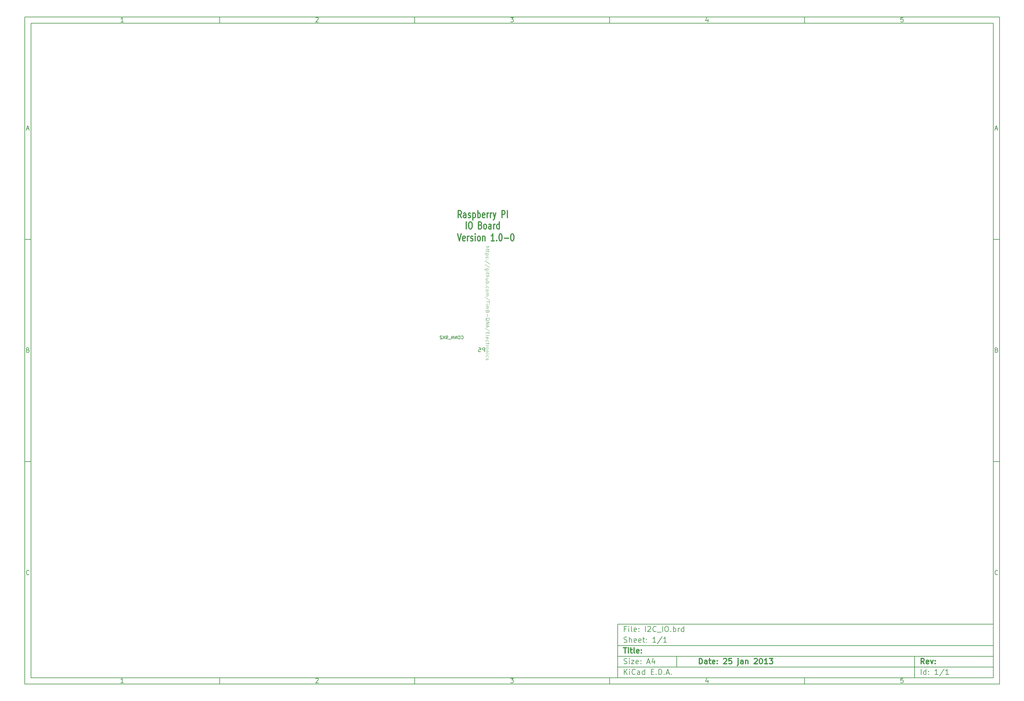
<source format=gbo>
G04 (created by PCBNEW-RS274X (2012-apr-16-27)-stable) date Fri 25 Jan 2013 18:12:53 GMT*
G01*
G70*
G90*
%MOIN*%
G04 Gerber Fmt 3.4, Leading zero omitted, Abs format*
%FSLAX34Y34*%
G04 APERTURE LIST*
%ADD10C,0.006000*%
%ADD11C,0.012000*%
%ADD12C,0.003900*%
G04 APERTURE END LIST*
G54D10*
X04000Y-04000D02*
X113000Y-04000D01*
X113000Y-78670D01*
X04000Y-78670D01*
X04000Y-04000D01*
X04700Y-04700D02*
X112300Y-04700D01*
X112300Y-77970D01*
X04700Y-77970D01*
X04700Y-04700D01*
X25800Y-04000D02*
X25800Y-04700D01*
X15043Y-04552D02*
X14757Y-04552D01*
X14900Y-04552D02*
X14900Y-04052D01*
X14852Y-04124D01*
X14805Y-04171D01*
X14757Y-04195D01*
X25800Y-78670D02*
X25800Y-77970D01*
X15043Y-78522D02*
X14757Y-78522D01*
X14900Y-78522D02*
X14900Y-78022D01*
X14852Y-78094D01*
X14805Y-78141D01*
X14757Y-78165D01*
X47600Y-04000D02*
X47600Y-04700D01*
X36557Y-04100D02*
X36581Y-04076D01*
X36629Y-04052D01*
X36748Y-04052D01*
X36795Y-04076D01*
X36819Y-04100D01*
X36843Y-04148D01*
X36843Y-04195D01*
X36819Y-04267D01*
X36533Y-04552D01*
X36843Y-04552D01*
X47600Y-78670D02*
X47600Y-77970D01*
X36557Y-78070D02*
X36581Y-78046D01*
X36629Y-78022D01*
X36748Y-78022D01*
X36795Y-78046D01*
X36819Y-78070D01*
X36843Y-78118D01*
X36843Y-78165D01*
X36819Y-78237D01*
X36533Y-78522D01*
X36843Y-78522D01*
X69400Y-04000D02*
X69400Y-04700D01*
X58333Y-04052D02*
X58643Y-04052D01*
X58476Y-04243D01*
X58548Y-04243D01*
X58595Y-04267D01*
X58619Y-04290D01*
X58643Y-04338D01*
X58643Y-04457D01*
X58619Y-04505D01*
X58595Y-04529D01*
X58548Y-04552D01*
X58405Y-04552D01*
X58357Y-04529D01*
X58333Y-04505D01*
X69400Y-78670D02*
X69400Y-77970D01*
X58333Y-78022D02*
X58643Y-78022D01*
X58476Y-78213D01*
X58548Y-78213D01*
X58595Y-78237D01*
X58619Y-78260D01*
X58643Y-78308D01*
X58643Y-78427D01*
X58619Y-78475D01*
X58595Y-78499D01*
X58548Y-78522D01*
X58405Y-78522D01*
X58357Y-78499D01*
X58333Y-78475D01*
X91200Y-04000D02*
X91200Y-04700D01*
X80395Y-04219D02*
X80395Y-04552D01*
X80276Y-04029D02*
X80157Y-04386D01*
X80467Y-04386D01*
X91200Y-78670D02*
X91200Y-77970D01*
X80395Y-78189D02*
X80395Y-78522D01*
X80276Y-77999D02*
X80157Y-78356D01*
X80467Y-78356D01*
X102219Y-04052D02*
X101981Y-04052D01*
X101957Y-04290D01*
X101981Y-04267D01*
X102029Y-04243D01*
X102148Y-04243D01*
X102195Y-04267D01*
X102219Y-04290D01*
X102243Y-04338D01*
X102243Y-04457D01*
X102219Y-04505D01*
X102195Y-04529D01*
X102148Y-04552D01*
X102029Y-04552D01*
X101981Y-04529D01*
X101957Y-04505D01*
X102219Y-78022D02*
X101981Y-78022D01*
X101957Y-78260D01*
X101981Y-78237D01*
X102029Y-78213D01*
X102148Y-78213D01*
X102195Y-78237D01*
X102219Y-78260D01*
X102243Y-78308D01*
X102243Y-78427D01*
X102219Y-78475D01*
X102195Y-78499D01*
X102148Y-78522D01*
X102029Y-78522D01*
X101981Y-78499D01*
X101957Y-78475D01*
X04000Y-28890D02*
X04700Y-28890D01*
X04231Y-16510D02*
X04469Y-16510D01*
X04184Y-16652D02*
X04350Y-16152D01*
X04517Y-16652D01*
X113000Y-28890D02*
X112300Y-28890D01*
X112531Y-16510D02*
X112769Y-16510D01*
X112484Y-16652D02*
X112650Y-16152D01*
X112817Y-16652D01*
X04000Y-53780D02*
X04700Y-53780D01*
X04386Y-41280D02*
X04457Y-41304D01*
X04481Y-41328D01*
X04505Y-41376D01*
X04505Y-41447D01*
X04481Y-41495D01*
X04457Y-41519D01*
X04410Y-41542D01*
X04219Y-41542D01*
X04219Y-41042D01*
X04386Y-41042D01*
X04433Y-41066D01*
X04457Y-41090D01*
X04481Y-41138D01*
X04481Y-41185D01*
X04457Y-41233D01*
X04433Y-41257D01*
X04386Y-41280D01*
X04219Y-41280D01*
X113000Y-53780D02*
X112300Y-53780D01*
X112686Y-41280D02*
X112757Y-41304D01*
X112781Y-41328D01*
X112805Y-41376D01*
X112805Y-41447D01*
X112781Y-41495D01*
X112757Y-41519D01*
X112710Y-41542D01*
X112519Y-41542D01*
X112519Y-41042D01*
X112686Y-41042D01*
X112733Y-41066D01*
X112757Y-41090D01*
X112781Y-41138D01*
X112781Y-41185D01*
X112757Y-41233D01*
X112733Y-41257D01*
X112686Y-41280D01*
X112519Y-41280D01*
X04505Y-66385D02*
X04481Y-66409D01*
X04410Y-66432D01*
X04362Y-66432D01*
X04290Y-66409D01*
X04243Y-66361D01*
X04219Y-66313D01*
X04195Y-66218D01*
X04195Y-66147D01*
X04219Y-66051D01*
X04243Y-66004D01*
X04290Y-65956D01*
X04362Y-65932D01*
X04410Y-65932D01*
X04481Y-65956D01*
X04505Y-65980D01*
X112805Y-66385D02*
X112781Y-66409D01*
X112710Y-66432D01*
X112662Y-66432D01*
X112590Y-66409D01*
X112543Y-66361D01*
X112519Y-66313D01*
X112495Y-66218D01*
X112495Y-66147D01*
X112519Y-66051D01*
X112543Y-66004D01*
X112590Y-65956D01*
X112662Y-65932D01*
X112710Y-65932D01*
X112781Y-65956D01*
X112805Y-65980D01*
G54D11*
X79443Y-76413D02*
X79443Y-75813D01*
X79586Y-75813D01*
X79671Y-75841D01*
X79729Y-75899D01*
X79757Y-75956D01*
X79786Y-76070D01*
X79786Y-76156D01*
X79757Y-76270D01*
X79729Y-76327D01*
X79671Y-76384D01*
X79586Y-76413D01*
X79443Y-76413D01*
X80300Y-76413D02*
X80300Y-76099D01*
X80271Y-76041D01*
X80214Y-76013D01*
X80100Y-76013D01*
X80043Y-76041D01*
X80300Y-76384D02*
X80243Y-76413D01*
X80100Y-76413D01*
X80043Y-76384D01*
X80014Y-76327D01*
X80014Y-76270D01*
X80043Y-76213D01*
X80100Y-76184D01*
X80243Y-76184D01*
X80300Y-76156D01*
X80500Y-76013D02*
X80729Y-76013D01*
X80586Y-75813D02*
X80586Y-76327D01*
X80614Y-76384D01*
X80672Y-76413D01*
X80729Y-76413D01*
X81157Y-76384D02*
X81100Y-76413D01*
X80986Y-76413D01*
X80929Y-76384D01*
X80900Y-76327D01*
X80900Y-76099D01*
X80929Y-76041D01*
X80986Y-76013D01*
X81100Y-76013D01*
X81157Y-76041D01*
X81186Y-76099D01*
X81186Y-76156D01*
X80900Y-76213D01*
X81443Y-76356D02*
X81471Y-76384D01*
X81443Y-76413D01*
X81414Y-76384D01*
X81443Y-76356D01*
X81443Y-76413D01*
X81443Y-76041D02*
X81471Y-76070D01*
X81443Y-76099D01*
X81414Y-76070D01*
X81443Y-76041D01*
X81443Y-76099D01*
X82157Y-75870D02*
X82186Y-75841D01*
X82243Y-75813D01*
X82386Y-75813D01*
X82443Y-75841D01*
X82472Y-75870D01*
X82500Y-75927D01*
X82500Y-75984D01*
X82472Y-76070D01*
X82129Y-76413D01*
X82500Y-76413D01*
X83043Y-75813D02*
X82757Y-75813D01*
X82728Y-76099D01*
X82757Y-76070D01*
X82814Y-76041D01*
X82957Y-76041D01*
X83014Y-76070D01*
X83043Y-76099D01*
X83071Y-76156D01*
X83071Y-76299D01*
X83043Y-76356D01*
X83014Y-76384D01*
X82957Y-76413D01*
X82814Y-76413D01*
X82757Y-76384D01*
X82728Y-76356D01*
X83785Y-76013D02*
X83785Y-76527D01*
X83756Y-76584D01*
X83699Y-76613D01*
X83671Y-76613D01*
X83785Y-75813D02*
X83756Y-75841D01*
X83785Y-75870D01*
X83813Y-75841D01*
X83785Y-75813D01*
X83785Y-75870D01*
X84328Y-76413D02*
X84328Y-76099D01*
X84299Y-76041D01*
X84242Y-76013D01*
X84128Y-76013D01*
X84071Y-76041D01*
X84328Y-76384D02*
X84271Y-76413D01*
X84128Y-76413D01*
X84071Y-76384D01*
X84042Y-76327D01*
X84042Y-76270D01*
X84071Y-76213D01*
X84128Y-76184D01*
X84271Y-76184D01*
X84328Y-76156D01*
X84614Y-76013D02*
X84614Y-76413D01*
X84614Y-76070D02*
X84642Y-76041D01*
X84700Y-76013D01*
X84785Y-76013D01*
X84842Y-76041D01*
X84871Y-76099D01*
X84871Y-76413D01*
X85585Y-75870D02*
X85614Y-75841D01*
X85671Y-75813D01*
X85814Y-75813D01*
X85871Y-75841D01*
X85900Y-75870D01*
X85928Y-75927D01*
X85928Y-75984D01*
X85900Y-76070D01*
X85557Y-76413D01*
X85928Y-76413D01*
X86299Y-75813D02*
X86356Y-75813D01*
X86413Y-75841D01*
X86442Y-75870D01*
X86471Y-75927D01*
X86499Y-76041D01*
X86499Y-76184D01*
X86471Y-76299D01*
X86442Y-76356D01*
X86413Y-76384D01*
X86356Y-76413D01*
X86299Y-76413D01*
X86242Y-76384D01*
X86213Y-76356D01*
X86185Y-76299D01*
X86156Y-76184D01*
X86156Y-76041D01*
X86185Y-75927D01*
X86213Y-75870D01*
X86242Y-75841D01*
X86299Y-75813D01*
X87070Y-76413D02*
X86727Y-76413D01*
X86899Y-76413D02*
X86899Y-75813D01*
X86842Y-75899D01*
X86784Y-75956D01*
X86727Y-75984D01*
X87270Y-75813D02*
X87641Y-75813D01*
X87441Y-76041D01*
X87527Y-76041D01*
X87584Y-76070D01*
X87613Y-76099D01*
X87641Y-76156D01*
X87641Y-76299D01*
X87613Y-76356D01*
X87584Y-76384D01*
X87527Y-76413D01*
X87355Y-76413D01*
X87298Y-76384D01*
X87270Y-76356D01*
G54D10*
X71043Y-77613D02*
X71043Y-77013D01*
X71386Y-77613D02*
X71129Y-77270D01*
X71386Y-77013D02*
X71043Y-77356D01*
X71643Y-77613D02*
X71643Y-77213D01*
X71643Y-77013D02*
X71614Y-77041D01*
X71643Y-77070D01*
X71671Y-77041D01*
X71643Y-77013D01*
X71643Y-77070D01*
X72272Y-77556D02*
X72243Y-77584D01*
X72157Y-77613D01*
X72100Y-77613D01*
X72015Y-77584D01*
X71957Y-77527D01*
X71929Y-77470D01*
X71900Y-77356D01*
X71900Y-77270D01*
X71929Y-77156D01*
X71957Y-77099D01*
X72015Y-77041D01*
X72100Y-77013D01*
X72157Y-77013D01*
X72243Y-77041D01*
X72272Y-77070D01*
X72786Y-77613D02*
X72786Y-77299D01*
X72757Y-77241D01*
X72700Y-77213D01*
X72586Y-77213D01*
X72529Y-77241D01*
X72786Y-77584D02*
X72729Y-77613D01*
X72586Y-77613D01*
X72529Y-77584D01*
X72500Y-77527D01*
X72500Y-77470D01*
X72529Y-77413D01*
X72586Y-77384D01*
X72729Y-77384D01*
X72786Y-77356D01*
X73329Y-77613D02*
X73329Y-77013D01*
X73329Y-77584D02*
X73272Y-77613D01*
X73158Y-77613D01*
X73100Y-77584D01*
X73072Y-77556D01*
X73043Y-77499D01*
X73043Y-77327D01*
X73072Y-77270D01*
X73100Y-77241D01*
X73158Y-77213D01*
X73272Y-77213D01*
X73329Y-77241D01*
X74072Y-77299D02*
X74272Y-77299D01*
X74358Y-77613D02*
X74072Y-77613D01*
X74072Y-77013D01*
X74358Y-77013D01*
X74615Y-77556D02*
X74643Y-77584D01*
X74615Y-77613D01*
X74586Y-77584D01*
X74615Y-77556D01*
X74615Y-77613D01*
X74901Y-77613D02*
X74901Y-77013D01*
X75044Y-77013D01*
X75129Y-77041D01*
X75187Y-77099D01*
X75215Y-77156D01*
X75244Y-77270D01*
X75244Y-77356D01*
X75215Y-77470D01*
X75187Y-77527D01*
X75129Y-77584D01*
X75044Y-77613D01*
X74901Y-77613D01*
X75501Y-77556D02*
X75529Y-77584D01*
X75501Y-77613D01*
X75472Y-77584D01*
X75501Y-77556D01*
X75501Y-77613D01*
X75758Y-77441D02*
X76044Y-77441D01*
X75701Y-77613D02*
X75901Y-77013D01*
X76101Y-77613D01*
X76301Y-77556D02*
X76329Y-77584D01*
X76301Y-77613D01*
X76272Y-77584D01*
X76301Y-77556D01*
X76301Y-77613D01*
G54D11*
X104586Y-76413D02*
X104386Y-76127D01*
X104243Y-76413D02*
X104243Y-75813D01*
X104471Y-75813D01*
X104529Y-75841D01*
X104557Y-75870D01*
X104586Y-75927D01*
X104586Y-76013D01*
X104557Y-76070D01*
X104529Y-76099D01*
X104471Y-76127D01*
X104243Y-76127D01*
X105071Y-76384D02*
X105014Y-76413D01*
X104900Y-76413D01*
X104843Y-76384D01*
X104814Y-76327D01*
X104814Y-76099D01*
X104843Y-76041D01*
X104900Y-76013D01*
X105014Y-76013D01*
X105071Y-76041D01*
X105100Y-76099D01*
X105100Y-76156D01*
X104814Y-76213D01*
X105300Y-76013D02*
X105443Y-76413D01*
X105585Y-76013D01*
X105814Y-76356D02*
X105842Y-76384D01*
X105814Y-76413D01*
X105785Y-76384D01*
X105814Y-76356D01*
X105814Y-76413D01*
X105814Y-76041D02*
X105842Y-76070D01*
X105814Y-76099D01*
X105785Y-76070D01*
X105814Y-76041D01*
X105814Y-76099D01*
G54D10*
X71014Y-76384D02*
X71100Y-76413D01*
X71243Y-76413D01*
X71300Y-76384D01*
X71329Y-76356D01*
X71357Y-76299D01*
X71357Y-76241D01*
X71329Y-76184D01*
X71300Y-76156D01*
X71243Y-76127D01*
X71129Y-76099D01*
X71071Y-76070D01*
X71043Y-76041D01*
X71014Y-75984D01*
X71014Y-75927D01*
X71043Y-75870D01*
X71071Y-75841D01*
X71129Y-75813D01*
X71271Y-75813D01*
X71357Y-75841D01*
X71614Y-76413D02*
X71614Y-76013D01*
X71614Y-75813D02*
X71585Y-75841D01*
X71614Y-75870D01*
X71642Y-75841D01*
X71614Y-75813D01*
X71614Y-75870D01*
X71843Y-76013D02*
X72157Y-76013D01*
X71843Y-76413D01*
X72157Y-76413D01*
X72614Y-76384D02*
X72557Y-76413D01*
X72443Y-76413D01*
X72386Y-76384D01*
X72357Y-76327D01*
X72357Y-76099D01*
X72386Y-76041D01*
X72443Y-76013D01*
X72557Y-76013D01*
X72614Y-76041D01*
X72643Y-76099D01*
X72643Y-76156D01*
X72357Y-76213D01*
X72900Y-76356D02*
X72928Y-76384D01*
X72900Y-76413D01*
X72871Y-76384D01*
X72900Y-76356D01*
X72900Y-76413D01*
X72900Y-76041D02*
X72928Y-76070D01*
X72900Y-76099D01*
X72871Y-76070D01*
X72900Y-76041D01*
X72900Y-76099D01*
X73614Y-76241D02*
X73900Y-76241D01*
X73557Y-76413D02*
X73757Y-75813D01*
X73957Y-76413D01*
X74414Y-76013D02*
X74414Y-76413D01*
X74271Y-75784D02*
X74128Y-76213D01*
X74500Y-76213D01*
X104243Y-77613D02*
X104243Y-77013D01*
X104786Y-77613D02*
X104786Y-77013D01*
X104786Y-77584D02*
X104729Y-77613D01*
X104615Y-77613D01*
X104557Y-77584D01*
X104529Y-77556D01*
X104500Y-77499D01*
X104500Y-77327D01*
X104529Y-77270D01*
X104557Y-77241D01*
X104615Y-77213D01*
X104729Y-77213D01*
X104786Y-77241D01*
X105072Y-77556D02*
X105100Y-77584D01*
X105072Y-77613D01*
X105043Y-77584D01*
X105072Y-77556D01*
X105072Y-77613D01*
X105072Y-77241D02*
X105100Y-77270D01*
X105072Y-77299D01*
X105043Y-77270D01*
X105072Y-77241D01*
X105072Y-77299D01*
X106129Y-77613D02*
X105786Y-77613D01*
X105958Y-77613D02*
X105958Y-77013D01*
X105901Y-77099D01*
X105843Y-77156D01*
X105786Y-77184D01*
X106814Y-76984D02*
X106300Y-77756D01*
X107329Y-77613D02*
X106986Y-77613D01*
X107158Y-77613D02*
X107158Y-77013D01*
X107101Y-77099D01*
X107043Y-77156D01*
X106986Y-77184D01*
G54D11*
X70957Y-74613D02*
X71300Y-74613D01*
X71129Y-75213D02*
X71129Y-74613D01*
X71500Y-75213D02*
X71500Y-74813D01*
X71500Y-74613D02*
X71471Y-74641D01*
X71500Y-74670D01*
X71528Y-74641D01*
X71500Y-74613D01*
X71500Y-74670D01*
X71700Y-74813D02*
X71929Y-74813D01*
X71786Y-74613D02*
X71786Y-75127D01*
X71814Y-75184D01*
X71872Y-75213D01*
X71929Y-75213D01*
X72215Y-75213D02*
X72157Y-75184D01*
X72129Y-75127D01*
X72129Y-74613D01*
X72671Y-75184D02*
X72614Y-75213D01*
X72500Y-75213D01*
X72443Y-75184D01*
X72414Y-75127D01*
X72414Y-74899D01*
X72443Y-74841D01*
X72500Y-74813D01*
X72614Y-74813D01*
X72671Y-74841D01*
X72700Y-74899D01*
X72700Y-74956D01*
X72414Y-75013D01*
X72957Y-75156D02*
X72985Y-75184D01*
X72957Y-75213D01*
X72928Y-75184D01*
X72957Y-75156D01*
X72957Y-75213D01*
X72957Y-74841D02*
X72985Y-74870D01*
X72957Y-74899D01*
X72928Y-74870D01*
X72957Y-74841D01*
X72957Y-74899D01*
G54D10*
X71243Y-72499D02*
X71043Y-72499D01*
X71043Y-72813D02*
X71043Y-72213D01*
X71329Y-72213D01*
X71557Y-72813D02*
X71557Y-72413D01*
X71557Y-72213D02*
X71528Y-72241D01*
X71557Y-72270D01*
X71585Y-72241D01*
X71557Y-72213D01*
X71557Y-72270D01*
X71929Y-72813D02*
X71871Y-72784D01*
X71843Y-72727D01*
X71843Y-72213D01*
X72385Y-72784D02*
X72328Y-72813D01*
X72214Y-72813D01*
X72157Y-72784D01*
X72128Y-72727D01*
X72128Y-72499D01*
X72157Y-72441D01*
X72214Y-72413D01*
X72328Y-72413D01*
X72385Y-72441D01*
X72414Y-72499D01*
X72414Y-72556D01*
X72128Y-72613D01*
X72671Y-72756D02*
X72699Y-72784D01*
X72671Y-72813D01*
X72642Y-72784D01*
X72671Y-72756D01*
X72671Y-72813D01*
X72671Y-72441D02*
X72699Y-72470D01*
X72671Y-72499D01*
X72642Y-72470D01*
X72671Y-72441D01*
X72671Y-72499D01*
X73414Y-72813D02*
X73414Y-72213D01*
X73671Y-72270D02*
X73700Y-72241D01*
X73757Y-72213D01*
X73900Y-72213D01*
X73957Y-72241D01*
X73986Y-72270D01*
X74014Y-72327D01*
X74014Y-72384D01*
X73986Y-72470D01*
X73643Y-72813D01*
X74014Y-72813D01*
X74614Y-72756D02*
X74585Y-72784D01*
X74499Y-72813D01*
X74442Y-72813D01*
X74357Y-72784D01*
X74299Y-72727D01*
X74271Y-72670D01*
X74242Y-72556D01*
X74242Y-72470D01*
X74271Y-72356D01*
X74299Y-72299D01*
X74357Y-72241D01*
X74442Y-72213D01*
X74499Y-72213D01*
X74585Y-72241D01*
X74614Y-72270D01*
X74728Y-72870D02*
X75185Y-72870D01*
X75328Y-72813D02*
X75328Y-72213D01*
X75728Y-72213D02*
X75842Y-72213D01*
X75900Y-72241D01*
X75957Y-72299D01*
X75985Y-72413D01*
X75985Y-72613D01*
X75957Y-72727D01*
X75900Y-72784D01*
X75842Y-72813D01*
X75728Y-72813D01*
X75671Y-72784D01*
X75614Y-72727D01*
X75585Y-72613D01*
X75585Y-72413D01*
X75614Y-72299D01*
X75671Y-72241D01*
X75728Y-72213D01*
X76243Y-72756D02*
X76271Y-72784D01*
X76243Y-72813D01*
X76214Y-72784D01*
X76243Y-72756D01*
X76243Y-72813D01*
X76529Y-72813D02*
X76529Y-72213D01*
X76529Y-72441D02*
X76586Y-72413D01*
X76700Y-72413D01*
X76757Y-72441D01*
X76786Y-72470D01*
X76815Y-72527D01*
X76815Y-72699D01*
X76786Y-72756D01*
X76757Y-72784D01*
X76700Y-72813D01*
X76586Y-72813D01*
X76529Y-72784D01*
X77072Y-72813D02*
X77072Y-72413D01*
X77072Y-72527D02*
X77100Y-72470D01*
X77129Y-72441D01*
X77186Y-72413D01*
X77243Y-72413D01*
X77700Y-72813D02*
X77700Y-72213D01*
X77700Y-72784D02*
X77643Y-72813D01*
X77529Y-72813D01*
X77471Y-72784D01*
X77443Y-72756D01*
X77414Y-72699D01*
X77414Y-72527D01*
X77443Y-72470D01*
X77471Y-72441D01*
X77529Y-72413D01*
X77643Y-72413D01*
X77700Y-72441D01*
X71014Y-73984D02*
X71100Y-74013D01*
X71243Y-74013D01*
X71300Y-73984D01*
X71329Y-73956D01*
X71357Y-73899D01*
X71357Y-73841D01*
X71329Y-73784D01*
X71300Y-73756D01*
X71243Y-73727D01*
X71129Y-73699D01*
X71071Y-73670D01*
X71043Y-73641D01*
X71014Y-73584D01*
X71014Y-73527D01*
X71043Y-73470D01*
X71071Y-73441D01*
X71129Y-73413D01*
X71271Y-73413D01*
X71357Y-73441D01*
X71614Y-74013D02*
X71614Y-73413D01*
X71871Y-74013D02*
X71871Y-73699D01*
X71842Y-73641D01*
X71785Y-73613D01*
X71700Y-73613D01*
X71642Y-73641D01*
X71614Y-73670D01*
X72385Y-73984D02*
X72328Y-74013D01*
X72214Y-74013D01*
X72157Y-73984D01*
X72128Y-73927D01*
X72128Y-73699D01*
X72157Y-73641D01*
X72214Y-73613D01*
X72328Y-73613D01*
X72385Y-73641D01*
X72414Y-73699D01*
X72414Y-73756D01*
X72128Y-73813D01*
X72899Y-73984D02*
X72842Y-74013D01*
X72728Y-74013D01*
X72671Y-73984D01*
X72642Y-73927D01*
X72642Y-73699D01*
X72671Y-73641D01*
X72728Y-73613D01*
X72842Y-73613D01*
X72899Y-73641D01*
X72928Y-73699D01*
X72928Y-73756D01*
X72642Y-73813D01*
X73099Y-73613D02*
X73328Y-73613D01*
X73185Y-73413D02*
X73185Y-73927D01*
X73213Y-73984D01*
X73271Y-74013D01*
X73328Y-74013D01*
X73528Y-73956D02*
X73556Y-73984D01*
X73528Y-74013D01*
X73499Y-73984D01*
X73528Y-73956D01*
X73528Y-74013D01*
X73528Y-73641D02*
X73556Y-73670D01*
X73528Y-73699D01*
X73499Y-73670D01*
X73528Y-73641D01*
X73528Y-73699D01*
X74585Y-74013D02*
X74242Y-74013D01*
X74414Y-74013D02*
X74414Y-73413D01*
X74357Y-73499D01*
X74299Y-73556D01*
X74242Y-73584D01*
X75270Y-73384D02*
X74756Y-74156D01*
X75785Y-74013D02*
X75442Y-74013D01*
X75614Y-74013D02*
X75614Y-73413D01*
X75557Y-73499D01*
X75499Y-73556D01*
X75442Y-73584D01*
X70300Y-71970D02*
X70300Y-77970D01*
X70300Y-71970D02*
X112300Y-71970D01*
X70300Y-71970D02*
X112300Y-71970D01*
X70300Y-74370D02*
X112300Y-74370D01*
X103500Y-75570D02*
X103500Y-77970D01*
X70300Y-76770D02*
X112300Y-76770D01*
X70300Y-75570D02*
X112300Y-75570D01*
X76900Y-75570D02*
X76900Y-76770D01*
G54D12*
X55561Y-29670D02*
X55955Y-29670D01*
X55561Y-29839D02*
X55767Y-29839D01*
X55804Y-29820D01*
X55823Y-29782D01*
X55823Y-29726D01*
X55804Y-29689D01*
X55786Y-29670D01*
X55823Y-29970D02*
X55823Y-30120D01*
X55955Y-30026D02*
X55617Y-30026D01*
X55579Y-30045D01*
X55561Y-30082D01*
X55561Y-30120D01*
X55823Y-30195D02*
X55823Y-30345D01*
X55955Y-30251D02*
X55617Y-30251D01*
X55579Y-30270D01*
X55561Y-30307D01*
X55561Y-30345D01*
X55823Y-30476D02*
X55429Y-30476D01*
X55804Y-30476D02*
X55823Y-30513D01*
X55823Y-30588D01*
X55804Y-30626D01*
X55786Y-30645D01*
X55748Y-30663D01*
X55636Y-30663D01*
X55598Y-30645D01*
X55579Y-30626D01*
X55561Y-30588D01*
X55561Y-30513D01*
X55579Y-30476D01*
X55579Y-30813D02*
X55561Y-30851D01*
X55561Y-30926D01*
X55579Y-30963D01*
X55617Y-30982D01*
X55636Y-30982D01*
X55673Y-30963D01*
X55692Y-30926D01*
X55692Y-30869D01*
X55711Y-30832D01*
X55748Y-30813D01*
X55767Y-30813D01*
X55804Y-30832D01*
X55823Y-30869D01*
X55823Y-30926D01*
X55804Y-30963D01*
X55598Y-31151D02*
X55579Y-31170D01*
X55561Y-31151D01*
X55579Y-31132D01*
X55598Y-31151D01*
X55561Y-31151D01*
X55804Y-31151D02*
X55786Y-31170D01*
X55767Y-31151D01*
X55786Y-31132D01*
X55804Y-31151D01*
X55767Y-31151D01*
X55973Y-31620D02*
X55467Y-31283D01*
X55973Y-32033D02*
X55467Y-31696D01*
X55823Y-32334D02*
X55504Y-32334D01*
X55467Y-32315D01*
X55448Y-32296D01*
X55429Y-32259D01*
X55429Y-32202D01*
X55448Y-32165D01*
X55579Y-32334D02*
X55561Y-32296D01*
X55561Y-32221D01*
X55579Y-32184D01*
X55598Y-32165D01*
X55636Y-32146D01*
X55748Y-32146D01*
X55786Y-32165D01*
X55804Y-32184D01*
X55823Y-32221D01*
X55823Y-32296D01*
X55804Y-32334D01*
X55561Y-32521D02*
X55823Y-32521D01*
X55955Y-32521D02*
X55936Y-32502D01*
X55917Y-32521D01*
X55936Y-32540D01*
X55955Y-32521D01*
X55917Y-32521D01*
X55823Y-32653D02*
X55823Y-32803D01*
X55955Y-32709D02*
X55617Y-32709D01*
X55579Y-32728D01*
X55561Y-32765D01*
X55561Y-32803D01*
X55561Y-32934D02*
X55955Y-32934D01*
X55561Y-33103D02*
X55767Y-33103D01*
X55804Y-33084D01*
X55823Y-33046D01*
X55823Y-32990D01*
X55804Y-32953D01*
X55786Y-32934D01*
X55823Y-33459D02*
X55561Y-33459D01*
X55823Y-33290D02*
X55617Y-33290D01*
X55579Y-33309D01*
X55561Y-33346D01*
X55561Y-33402D01*
X55579Y-33440D01*
X55598Y-33459D01*
X55561Y-33646D02*
X55955Y-33646D01*
X55804Y-33646D02*
X55823Y-33683D01*
X55823Y-33758D01*
X55804Y-33796D01*
X55786Y-33815D01*
X55748Y-33833D01*
X55636Y-33833D01*
X55598Y-33815D01*
X55579Y-33796D01*
X55561Y-33758D01*
X55561Y-33683D01*
X55579Y-33646D01*
X55598Y-34002D02*
X55579Y-34021D01*
X55561Y-34002D01*
X55579Y-33983D01*
X55598Y-34002D01*
X55561Y-34002D01*
X55579Y-34359D02*
X55561Y-34321D01*
X55561Y-34246D01*
X55579Y-34209D01*
X55598Y-34190D01*
X55636Y-34171D01*
X55748Y-34171D01*
X55786Y-34190D01*
X55804Y-34209D01*
X55823Y-34246D01*
X55823Y-34321D01*
X55804Y-34359D01*
X55561Y-34584D02*
X55579Y-34547D01*
X55598Y-34528D01*
X55636Y-34509D01*
X55748Y-34509D01*
X55786Y-34528D01*
X55804Y-34547D01*
X55823Y-34584D01*
X55823Y-34640D01*
X55804Y-34678D01*
X55786Y-34697D01*
X55748Y-34715D01*
X55636Y-34715D01*
X55598Y-34697D01*
X55579Y-34678D01*
X55561Y-34640D01*
X55561Y-34584D01*
X55561Y-34884D02*
X55823Y-34884D01*
X55786Y-34884D02*
X55804Y-34903D01*
X55823Y-34940D01*
X55823Y-34996D01*
X55804Y-35034D01*
X55767Y-35053D01*
X55561Y-35053D01*
X55767Y-35053D02*
X55804Y-35071D01*
X55823Y-35109D01*
X55823Y-35165D01*
X55804Y-35203D01*
X55767Y-35222D01*
X55561Y-35222D01*
X55973Y-35690D02*
X55467Y-35353D01*
X55955Y-35766D02*
X55955Y-35991D01*
X55561Y-35878D02*
X55955Y-35878D01*
X55561Y-36122D02*
X55823Y-36122D01*
X55955Y-36122D02*
X55936Y-36103D01*
X55917Y-36122D01*
X55936Y-36141D01*
X55955Y-36122D01*
X55917Y-36122D01*
X55561Y-36310D02*
X55823Y-36310D01*
X55786Y-36310D02*
X55804Y-36329D01*
X55823Y-36366D01*
X55823Y-36422D01*
X55804Y-36460D01*
X55767Y-36479D01*
X55561Y-36479D01*
X55767Y-36479D02*
X55804Y-36497D01*
X55823Y-36535D01*
X55823Y-36591D01*
X55804Y-36629D01*
X55767Y-36648D01*
X55561Y-36648D01*
X55767Y-36966D02*
X55748Y-37022D01*
X55729Y-37041D01*
X55692Y-37060D01*
X55636Y-37060D01*
X55598Y-37041D01*
X55579Y-37022D01*
X55561Y-36985D01*
X55561Y-36835D01*
X55955Y-36835D01*
X55955Y-36966D01*
X55936Y-37004D01*
X55917Y-37022D01*
X55879Y-37041D01*
X55842Y-37041D01*
X55804Y-37022D01*
X55786Y-37004D01*
X55767Y-36966D01*
X55767Y-36835D01*
X55711Y-37229D02*
X55711Y-37529D01*
X55523Y-37979D02*
X55542Y-37942D01*
X55579Y-37904D01*
X55636Y-37848D01*
X55654Y-37811D01*
X55654Y-37773D01*
X55561Y-37792D02*
X55579Y-37754D01*
X55617Y-37717D01*
X55692Y-37698D01*
X55823Y-37698D01*
X55898Y-37717D01*
X55936Y-37754D01*
X55955Y-37792D01*
X55955Y-37867D01*
X55936Y-37904D01*
X55898Y-37942D01*
X55823Y-37961D01*
X55692Y-37961D01*
X55617Y-37942D01*
X55579Y-37904D01*
X55561Y-37867D01*
X55561Y-37792D01*
X55561Y-38130D02*
X55955Y-38130D01*
X55561Y-38355D01*
X55955Y-38355D01*
X55673Y-38524D02*
X55673Y-38712D01*
X55561Y-38487D02*
X55955Y-38618D01*
X55561Y-38749D01*
X55973Y-39162D02*
X55467Y-38825D01*
X55767Y-39294D02*
X55767Y-39425D01*
X55561Y-39481D02*
X55561Y-39294D01*
X55955Y-39294D01*
X55955Y-39481D01*
X55561Y-39706D02*
X55579Y-39669D01*
X55617Y-39650D01*
X55955Y-39650D01*
X55579Y-40006D02*
X55561Y-39968D01*
X55561Y-39893D01*
X55579Y-39856D01*
X55617Y-39837D01*
X55767Y-39837D01*
X55804Y-39856D01*
X55823Y-39893D01*
X55823Y-39968D01*
X55804Y-40006D01*
X55767Y-40025D01*
X55729Y-40025D01*
X55692Y-39837D01*
X55579Y-40363D02*
X55561Y-40325D01*
X55561Y-40250D01*
X55579Y-40213D01*
X55598Y-40194D01*
X55636Y-40175D01*
X55748Y-40175D01*
X55786Y-40194D01*
X55804Y-40213D01*
X55823Y-40250D01*
X55823Y-40325D01*
X55804Y-40363D01*
X55823Y-40476D02*
X55823Y-40626D01*
X55955Y-40532D02*
X55617Y-40532D01*
X55579Y-40551D01*
X55561Y-40588D01*
X55561Y-40626D01*
X55561Y-40757D02*
X55823Y-40757D01*
X55748Y-40757D02*
X55786Y-40776D01*
X55804Y-40794D01*
X55823Y-40832D01*
X55823Y-40869D01*
X55561Y-41057D02*
X55579Y-41020D01*
X55598Y-41001D01*
X55636Y-40982D01*
X55748Y-40982D01*
X55786Y-41001D01*
X55804Y-41020D01*
X55823Y-41057D01*
X55823Y-41113D01*
X55804Y-41151D01*
X55786Y-41170D01*
X55748Y-41188D01*
X55636Y-41188D01*
X55598Y-41170D01*
X55579Y-41151D01*
X55561Y-41113D01*
X55561Y-41057D01*
X55823Y-41357D02*
X55561Y-41357D01*
X55786Y-41357D02*
X55804Y-41376D01*
X55823Y-41413D01*
X55823Y-41469D01*
X55804Y-41507D01*
X55767Y-41526D01*
X55561Y-41526D01*
X55561Y-41713D02*
X55823Y-41713D01*
X55955Y-41713D02*
X55936Y-41694D01*
X55917Y-41713D01*
X55936Y-41732D01*
X55955Y-41713D01*
X55917Y-41713D01*
X55579Y-42070D02*
X55561Y-42032D01*
X55561Y-41957D01*
X55579Y-41920D01*
X55598Y-41901D01*
X55636Y-41882D01*
X55748Y-41882D01*
X55786Y-41901D01*
X55804Y-41920D01*
X55823Y-41957D01*
X55823Y-42032D01*
X55804Y-42070D01*
X55579Y-42220D02*
X55561Y-42258D01*
X55561Y-42333D01*
X55579Y-42370D01*
X55617Y-42389D01*
X55636Y-42389D01*
X55673Y-42370D01*
X55692Y-42333D01*
X55692Y-42276D01*
X55711Y-42239D01*
X55748Y-42220D01*
X55767Y-42220D01*
X55804Y-42239D01*
X55823Y-42276D01*
X55823Y-42333D01*
X55804Y-42370D01*
G54D11*
X52409Y-28264D02*
X52609Y-29064D01*
X52809Y-28264D01*
X53237Y-29026D02*
X53180Y-29064D01*
X53066Y-29064D01*
X53009Y-29026D01*
X52980Y-28950D01*
X52980Y-28645D01*
X53009Y-28569D01*
X53066Y-28530D01*
X53180Y-28530D01*
X53237Y-28569D01*
X53266Y-28645D01*
X53266Y-28721D01*
X52980Y-28797D01*
X53523Y-29064D02*
X53523Y-28530D01*
X53523Y-28683D02*
X53551Y-28607D01*
X53580Y-28569D01*
X53637Y-28530D01*
X53694Y-28530D01*
X53865Y-29026D02*
X53922Y-29064D01*
X54037Y-29064D01*
X54094Y-29026D01*
X54122Y-28950D01*
X54122Y-28911D01*
X54094Y-28835D01*
X54037Y-28797D01*
X53951Y-28797D01*
X53894Y-28759D01*
X53865Y-28683D01*
X53865Y-28645D01*
X53894Y-28569D01*
X53951Y-28530D01*
X54037Y-28530D01*
X54094Y-28569D01*
X54380Y-29064D02*
X54380Y-28530D01*
X54380Y-28264D02*
X54351Y-28302D01*
X54380Y-28340D01*
X54408Y-28302D01*
X54380Y-28264D01*
X54380Y-28340D01*
X54752Y-29064D02*
X54694Y-29026D01*
X54666Y-28988D01*
X54637Y-28911D01*
X54637Y-28683D01*
X54666Y-28607D01*
X54694Y-28569D01*
X54752Y-28530D01*
X54837Y-28530D01*
X54894Y-28569D01*
X54923Y-28607D01*
X54952Y-28683D01*
X54952Y-28911D01*
X54923Y-28988D01*
X54894Y-29026D01*
X54837Y-29064D01*
X54752Y-29064D01*
X55209Y-28530D02*
X55209Y-29064D01*
X55209Y-28607D02*
X55237Y-28569D01*
X55295Y-28530D01*
X55380Y-28530D01*
X55437Y-28569D01*
X55466Y-28645D01*
X55466Y-29064D01*
X56523Y-29064D02*
X56180Y-29064D01*
X56352Y-29064D02*
X56352Y-28264D01*
X56295Y-28378D01*
X56237Y-28454D01*
X56180Y-28492D01*
X56780Y-28988D02*
X56808Y-29026D01*
X56780Y-29064D01*
X56751Y-29026D01*
X56780Y-28988D01*
X56780Y-29064D01*
X57180Y-28264D02*
X57237Y-28264D01*
X57294Y-28302D01*
X57323Y-28340D01*
X57352Y-28416D01*
X57380Y-28569D01*
X57380Y-28759D01*
X57352Y-28911D01*
X57323Y-28988D01*
X57294Y-29026D01*
X57237Y-29064D01*
X57180Y-29064D01*
X57123Y-29026D01*
X57094Y-28988D01*
X57066Y-28911D01*
X57037Y-28759D01*
X57037Y-28569D01*
X57066Y-28416D01*
X57094Y-28340D01*
X57123Y-28302D01*
X57180Y-28264D01*
X57637Y-28759D02*
X58094Y-28759D01*
X58494Y-28264D02*
X58551Y-28264D01*
X58608Y-28302D01*
X58637Y-28340D01*
X58666Y-28416D01*
X58694Y-28569D01*
X58694Y-28759D01*
X58666Y-28911D01*
X58637Y-28988D01*
X58608Y-29026D01*
X58551Y-29064D01*
X58494Y-29064D01*
X58437Y-29026D01*
X58408Y-28988D01*
X58380Y-28911D01*
X58351Y-28759D01*
X58351Y-28569D01*
X58380Y-28416D01*
X58408Y-28340D01*
X58437Y-28302D01*
X58494Y-28264D01*
X52831Y-26484D02*
X52631Y-26103D01*
X52488Y-26484D02*
X52488Y-25684D01*
X52716Y-25684D01*
X52774Y-25722D01*
X52802Y-25760D01*
X52831Y-25836D01*
X52831Y-25950D01*
X52802Y-26027D01*
X52774Y-26065D01*
X52716Y-26103D01*
X52488Y-26103D01*
X53345Y-26484D02*
X53345Y-26065D01*
X53316Y-25989D01*
X53259Y-25950D01*
X53145Y-25950D01*
X53088Y-25989D01*
X53345Y-26446D02*
X53288Y-26484D01*
X53145Y-26484D01*
X53088Y-26446D01*
X53059Y-26370D01*
X53059Y-26293D01*
X53088Y-26217D01*
X53145Y-26179D01*
X53288Y-26179D01*
X53345Y-26141D01*
X53602Y-26446D02*
X53659Y-26484D01*
X53774Y-26484D01*
X53831Y-26446D01*
X53859Y-26370D01*
X53859Y-26331D01*
X53831Y-26255D01*
X53774Y-26217D01*
X53688Y-26217D01*
X53631Y-26179D01*
X53602Y-26103D01*
X53602Y-26065D01*
X53631Y-25989D01*
X53688Y-25950D01*
X53774Y-25950D01*
X53831Y-25989D01*
X54117Y-25950D02*
X54117Y-26750D01*
X54117Y-25989D02*
X54174Y-25950D01*
X54288Y-25950D01*
X54345Y-25989D01*
X54374Y-26027D01*
X54403Y-26103D01*
X54403Y-26331D01*
X54374Y-26408D01*
X54345Y-26446D01*
X54288Y-26484D01*
X54174Y-26484D01*
X54117Y-26446D01*
X54660Y-26484D02*
X54660Y-25684D01*
X54660Y-25989D02*
X54717Y-25950D01*
X54831Y-25950D01*
X54888Y-25989D01*
X54917Y-26027D01*
X54946Y-26103D01*
X54946Y-26331D01*
X54917Y-26408D01*
X54888Y-26446D01*
X54831Y-26484D01*
X54717Y-26484D01*
X54660Y-26446D01*
X55431Y-26446D02*
X55374Y-26484D01*
X55260Y-26484D01*
X55203Y-26446D01*
X55174Y-26370D01*
X55174Y-26065D01*
X55203Y-25989D01*
X55260Y-25950D01*
X55374Y-25950D01*
X55431Y-25989D01*
X55460Y-26065D01*
X55460Y-26141D01*
X55174Y-26217D01*
X55717Y-26484D02*
X55717Y-25950D01*
X55717Y-26103D02*
X55745Y-26027D01*
X55774Y-25989D01*
X55831Y-25950D01*
X55888Y-25950D01*
X56088Y-26484D02*
X56088Y-25950D01*
X56088Y-26103D02*
X56116Y-26027D01*
X56145Y-25989D01*
X56202Y-25950D01*
X56259Y-25950D01*
X56402Y-25950D02*
X56545Y-26484D01*
X56687Y-25950D02*
X56545Y-26484D01*
X56487Y-26674D01*
X56459Y-26712D01*
X56402Y-26750D01*
X57373Y-26484D02*
X57373Y-25684D01*
X57601Y-25684D01*
X57659Y-25722D01*
X57687Y-25760D01*
X57716Y-25836D01*
X57716Y-25950D01*
X57687Y-26027D01*
X57659Y-26065D01*
X57601Y-26103D01*
X57373Y-26103D01*
X57973Y-26484D02*
X57973Y-25684D01*
X53387Y-27724D02*
X53387Y-26924D01*
X53787Y-26924D02*
X53901Y-26924D01*
X53959Y-26962D01*
X54016Y-27038D01*
X54044Y-27190D01*
X54044Y-27457D01*
X54016Y-27610D01*
X53959Y-27686D01*
X53901Y-27724D01*
X53787Y-27724D01*
X53730Y-27686D01*
X53673Y-27610D01*
X53644Y-27457D01*
X53644Y-27190D01*
X53673Y-27038D01*
X53730Y-26962D01*
X53787Y-26924D01*
X54959Y-27305D02*
X55045Y-27343D01*
X55073Y-27381D01*
X55102Y-27457D01*
X55102Y-27571D01*
X55073Y-27648D01*
X55045Y-27686D01*
X54987Y-27724D01*
X54759Y-27724D01*
X54759Y-26924D01*
X54959Y-26924D01*
X55016Y-26962D01*
X55045Y-27000D01*
X55073Y-27076D01*
X55073Y-27152D01*
X55045Y-27229D01*
X55016Y-27267D01*
X54959Y-27305D01*
X54759Y-27305D01*
X55445Y-27724D02*
X55387Y-27686D01*
X55359Y-27648D01*
X55330Y-27571D01*
X55330Y-27343D01*
X55359Y-27267D01*
X55387Y-27229D01*
X55445Y-27190D01*
X55530Y-27190D01*
X55587Y-27229D01*
X55616Y-27267D01*
X55645Y-27343D01*
X55645Y-27571D01*
X55616Y-27648D01*
X55587Y-27686D01*
X55530Y-27724D01*
X55445Y-27724D01*
X56159Y-27724D02*
X56159Y-27305D01*
X56130Y-27229D01*
X56073Y-27190D01*
X55959Y-27190D01*
X55902Y-27229D01*
X56159Y-27686D02*
X56102Y-27724D01*
X55959Y-27724D01*
X55902Y-27686D01*
X55873Y-27610D01*
X55873Y-27533D01*
X55902Y-27457D01*
X55959Y-27419D01*
X56102Y-27419D01*
X56159Y-27381D01*
X56445Y-27724D02*
X56445Y-27190D01*
X56445Y-27343D02*
X56473Y-27267D01*
X56502Y-27229D01*
X56559Y-27190D01*
X56616Y-27190D01*
X57073Y-27724D02*
X57073Y-26924D01*
X57073Y-27686D02*
X57016Y-27724D01*
X56902Y-27724D01*
X56844Y-27686D01*
X56816Y-27648D01*
X56787Y-27571D01*
X56787Y-27343D01*
X56816Y-27267D01*
X56844Y-27229D01*
X56902Y-27190D01*
X57016Y-27190D01*
X57073Y-27229D01*
G54D10*
X55432Y-41482D02*
X55432Y-41032D01*
X55260Y-41032D01*
X55218Y-41054D01*
X55196Y-41075D01*
X55175Y-41118D01*
X55175Y-41182D01*
X55196Y-41225D01*
X55218Y-41246D01*
X55260Y-41268D01*
X55432Y-41268D01*
X54768Y-41032D02*
X54982Y-41032D01*
X55003Y-41246D01*
X54982Y-41225D01*
X54939Y-41204D01*
X54832Y-41204D01*
X54789Y-41225D01*
X54768Y-41246D01*
X54746Y-41289D01*
X54746Y-41396D01*
X54768Y-41439D01*
X54789Y-41461D01*
X54832Y-41482D01*
X54939Y-41482D01*
X54982Y-41461D01*
X55003Y-41439D01*
X52825Y-40006D02*
X52841Y-40023D01*
X52891Y-40040D01*
X52925Y-40040D01*
X52975Y-40023D01*
X53008Y-39990D01*
X53025Y-39956D01*
X53041Y-39890D01*
X53041Y-39840D01*
X53025Y-39773D01*
X53008Y-39740D01*
X52975Y-39706D01*
X52925Y-39690D01*
X52891Y-39690D01*
X52841Y-39706D01*
X52825Y-39723D01*
X52608Y-39690D02*
X52541Y-39690D01*
X52508Y-39706D01*
X52475Y-39740D01*
X52458Y-39806D01*
X52458Y-39923D01*
X52475Y-39990D01*
X52508Y-40023D01*
X52541Y-40040D01*
X52608Y-40040D01*
X52641Y-40023D01*
X52675Y-39990D01*
X52691Y-39923D01*
X52691Y-39806D01*
X52675Y-39740D01*
X52641Y-39706D01*
X52608Y-39690D01*
X52308Y-40040D02*
X52308Y-39690D01*
X52108Y-40040D01*
X52108Y-39690D01*
X51941Y-40040D02*
X51941Y-39690D01*
X51741Y-40040D01*
X51741Y-39690D01*
X51657Y-40073D02*
X51390Y-40073D01*
X51290Y-40040D02*
X51223Y-40040D01*
X51190Y-40023D01*
X51173Y-40006D01*
X51140Y-39956D01*
X51123Y-39890D01*
X51123Y-39756D01*
X51140Y-39723D01*
X51157Y-39706D01*
X51190Y-39690D01*
X51257Y-39690D01*
X51290Y-39706D01*
X51307Y-39723D01*
X51323Y-39756D01*
X51323Y-39840D01*
X51307Y-39873D01*
X51290Y-39890D01*
X51257Y-39906D01*
X51190Y-39906D01*
X51157Y-39890D01*
X51140Y-39873D01*
X51123Y-39840D01*
X51007Y-39690D02*
X50774Y-40040D01*
X50774Y-39690D02*
X51007Y-40040D01*
X50657Y-39723D02*
X50641Y-39706D01*
X50607Y-39690D01*
X50524Y-39690D01*
X50491Y-39706D01*
X50474Y-39723D01*
X50457Y-39756D01*
X50457Y-39790D01*
X50474Y-39840D01*
X50674Y-40040D01*
X50457Y-40040D01*
M02*

</source>
